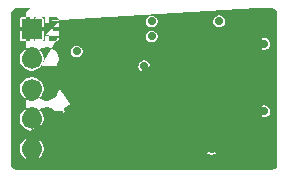
<source format=gbr>
<<<<<<< HEAD
G04 #@! TF.GenerationSoftware,KiCad,Pcbnew,9.0.2+dfsg-1*
G04 #@! TF.CreationDate,2025-05-28T16:18:43+08:00*
=======
G04 #@! TF.GenerationSoftware,KiCad,Pcbnew,9.0.1+dfsg-1*
G04 #@! TF.CreationDate,2025-05-27T21:30:08+08:00*
>>>>>>> 4efbb67b7dd982ccbd9a6c6e1e0fed627c39d980
G04 #@! TF.ProjectId,i2c_led,6932635f-6c65-4642-9e6b-696361645f70,a*
G04 #@! TF.SameCoordinates,Original*
G04 #@! TF.FileFunction,Copper,L2,Inr*
G04 #@! TF.FilePolarity,Positive*
%FSLAX46Y46*%
G04 Gerber Fmt 4.6, Leading zero omitted, Abs format (unit mm)*
<<<<<<< HEAD
G04 Created by KiCad (PCBNEW 9.0.2+dfsg-1) date 2025-05-28 16:18:43*
=======
G04 Created by KiCad (PCBNEW 9.0.1+dfsg-1) date 2025-05-27 21:30:08*
>>>>>>> 4efbb67b7dd982ccbd9a6c6e1e0fed627c39d980
%MOMM*%
%LPD*%
G01*
G04 APERTURE LIST*
G04 #@! TA.AperFunction,ComponentPad*
%ADD10R,1.700000X1.700000*%
G04 #@! TD*
G04 #@! TA.AperFunction,ComponentPad*
%ADD11C,1.700000*%
G04 #@! TD*
G04 #@! TA.AperFunction,ViaPad*
%ADD12C,0.700000*%
G04 #@! TD*
G04 APERTURE END LIST*
D10*
G04 #@! TO.N,VCC*
G04 #@! TO.C,J1*
X135890000Y-91440000D03*
D11*
G04 #@! TO.N,/SCL*
X135890000Y-93980000D03*
G04 #@! TO.N,/SDA*
X135890000Y-96520000D03*
G04 #@! TO.N,/RSTN*
X135890000Y-99060000D03*
G04 #@! TO.N,GND*
X135890000Y-101600000D03*
G04 #@! TD*
D12*
G04 #@! TO.N,GND*
X151130000Y-101600000D03*
X149225000Y-96520000D03*
<<<<<<< HEAD
X145415000Y-97155000D03*
X153670000Y-93980000D03*
X154305000Y-97790000D03*
X146050000Y-90805000D03*
=======
X145415000Y-97790000D03*
X151765000Y-90805000D03*
X139065000Y-102870000D03*
X153035000Y-95885000D03*
X155575000Y-98425000D03*
X146050000Y-100965000D03*
X146050000Y-90805000D03*
X139065000Y-98425000D03*
X139700000Y-93345000D03*
>>>>>>> 4efbb67b7dd982ccbd9a6c6e1e0fed627c39d980
X146050000Y-92075000D03*
X152400000Y-100330000D03*
X154305000Y-99695000D03*
X145415000Y-94615000D03*
G04 #@! TO.N,VCC*
X145415000Y-96520000D03*
X140970000Y-98425000D03*
X154305000Y-92710000D03*
X147955000Y-92710000D03*
X154305000Y-97790000D03*
X153670000Y-102235000D03*
X144145000Y-98425000D03*
X147320000Y-102235000D03*
G04 #@! TO.N,Net-(D3-BK)*
X147320000Y-99695000D03*
X155575000Y-92710000D03*
G04 #@! TO.N,AD0*
X147320000Y-94615000D03*
G04 #@! TO.N,AD1*
X147320000Y-98425000D03*
G04 #@! TD*
G04 #@! TA.AperFunction,Conductor*
G04 #@! TO.N,VCC*
G36*
<<<<<<< HEAD
X154944884Y-89688543D02*
G01*
X155054964Y-89703035D01*
X155073920Y-89708114D01*
X155171907Y-89748702D01*
X155188902Y-89758514D01*
X155230973Y-89790796D01*
X155273041Y-89823077D01*
X155286922Y-89836958D01*
X155351483Y-89921094D01*
X155361299Y-89938095D01*
X155401884Y-90036076D01*
X155406965Y-90055038D01*
X155421457Y-90165114D01*
X155422100Y-90174930D01*
X155422100Y-102865069D01*
X155421457Y-102874884D01*
X155421457Y-102874885D01*
X155406965Y-102984961D01*
X155401884Y-103003923D01*
X155361299Y-103101904D01*
X155351483Y-103118905D01*
X155286922Y-103203041D01*
X155273041Y-103216922D01*
X155188905Y-103281483D01*
X155171904Y-103291299D01*
X155073923Y-103331884D01*
X155054961Y-103336965D01*
X154976437Y-103347302D01*
X154944883Y-103351457D01*
X154935069Y-103352100D01*
X135894931Y-103352100D01*
X135885116Y-103351457D01*
X135838046Y-103345260D01*
X135775038Y-103336965D01*
X135756076Y-103331884D01*
X135658095Y-103291299D01*
X135641094Y-103281483D01*
X135556958Y-103216922D01*
X135543077Y-103203041D01*
X135478516Y-103118905D01*
X135468702Y-103101907D01*
X135428114Y-103003920D01*
X135423035Y-102984964D01*
X135408543Y-102874884D01*
X135407900Y-102865069D01*
X135407900Y-101501222D01*
X136157100Y-101501222D01*
X136157100Y-101698777D01*
X136195641Y-101892537D01*
X136195642Y-101892538D01*
X136271241Y-102075051D01*
X136380996Y-102239312D01*
X136380997Y-102239313D01*
X136381000Y-102239317D01*
X136520682Y-102378999D01*
X136520685Y-102379001D01*
X136520688Y-102379004D01*
X136684949Y-102488759D01*
X136867461Y-102564357D01*
X136867462Y-102564358D01*
X136867463Y-102564358D01*
X136867465Y-102564359D01*
X136997218Y-102590168D01*
X137061222Y-102602900D01*
X137061223Y-102602900D01*
X137258778Y-102602900D01*
X137306889Y-102593329D01*
X137452535Y-102564359D01*
X137635051Y-102488759D01*
X137799312Y-102379004D01*
X137939004Y-102239312D01*
X137986124Y-102168792D01*
X150627100Y-102168792D01*
X150627100Y-102301208D01*
X150647662Y-102377950D01*
X150661371Y-102429114D01*
X150727578Y-102543786D01*
X150727582Y-102543792D01*
X150821207Y-102637417D01*
X150821210Y-102637419D01*
X150821212Y-102637421D01*
X150871775Y-102666613D01*
X150935885Y-102703628D01*
X150935887Y-102703628D01*
X150935888Y-102703629D01*
X151063792Y-102737900D01*
X151063794Y-102737900D01*
X151196206Y-102737900D01*
X151196208Y-102737900D01*
X151324112Y-102703629D01*
X151438788Y-102637421D01*
X151532421Y-102543788D01*
X151598629Y-102429112D01*
X151632900Y-102301208D01*
X151632900Y-102168792D01*
X151598629Y-102040888D01*
X151598628Y-102040887D01*
X151598628Y-102040885D01*
X151561613Y-101976775D01*
X151532421Y-101926212D01*
X151532419Y-101926210D01*
X151532417Y-101926207D01*
X151438792Y-101832582D01*
X151438786Y-101832578D01*
X151324114Y-101766371D01*
X151260160Y-101749235D01*
X151196208Y-101732100D01*
X151063792Y-101732100D01*
X151012630Y-101745808D01*
X150935885Y-101766371D01*
X150821213Y-101832578D01*
X150821207Y-101832582D01*
X150727582Y-101926207D01*
X150727578Y-101926213D01*
X150661371Y-102040885D01*
X150652217Y-102075051D01*
X150627100Y-102168792D01*
X137986124Y-102168792D01*
X138048759Y-102075051D01*
X138124359Y-101892535D01*
X138162900Y-101698777D01*
X138162900Y-101501223D01*
X138124359Y-101307465D01*
X138048759Y-101124949D01*
X137939004Y-100960688D01*
X137939001Y-100960685D01*
X137938999Y-100960682D01*
X137799317Y-100821000D01*
X137799313Y-100820997D01*
X137799312Y-100820996D01*
X137635051Y-100711241D01*
X137635049Y-100711240D01*
X137452538Y-100635642D01*
X137452537Y-100635641D01*
X137258778Y-100597100D01*
X137258777Y-100597100D01*
X137061223Y-100597100D01*
X137061222Y-100597100D01*
X136867462Y-100635641D01*
X136867461Y-100635642D01*
X136684950Y-100711240D01*
X136520682Y-100821000D01*
X136381000Y-100960682D01*
X136271240Y-101124950D01*
X136195642Y-101307461D01*
X136195641Y-101307462D01*
X136157100Y-101501222D01*
X135407900Y-101501222D01*
X135407900Y-100263792D01*
=======
X156214884Y-89688543D02*
G01*
X156324964Y-89703035D01*
X156343920Y-89708114D01*
X156441907Y-89748702D01*
X156458902Y-89758514D01*
X156500973Y-89790796D01*
X156543041Y-89823077D01*
X156556922Y-89836958D01*
X156621483Y-89921094D01*
X156631299Y-89938095D01*
X156671884Y-90036076D01*
X156676965Y-90055038D01*
X156691457Y-90165114D01*
X156692100Y-90174930D01*
X156692100Y-102865069D01*
X156691457Y-102874884D01*
X156691457Y-102874885D01*
X156676965Y-102984961D01*
X156671884Y-103003923D01*
X156631299Y-103101904D01*
X156621483Y-103118905D01*
X156556922Y-103203041D01*
X156543041Y-103216922D01*
X156458905Y-103281483D01*
X156441904Y-103291299D01*
X156343923Y-103331884D01*
X156324961Y-103336965D01*
X156246437Y-103347302D01*
X156214883Y-103351457D01*
X156205069Y-103352100D01*
X139475658Y-103352100D01*
X139427320Y-103334507D01*
X139401600Y-103289958D01*
X139410533Y-103239300D01*
X139422484Y-103223726D01*
X139467417Y-103178792D01*
X139467421Y-103178788D01*
X139533629Y-103064112D01*
X139567900Y-102936208D01*
X139567900Y-102803792D01*
X139533629Y-102675888D01*
X139533628Y-102675887D01*
X139533628Y-102675885D01*
X139491489Y-102602900D01*
X139467421Y-102561212D01*
X139467419Y-102561210D01*
X139467417Y-102561207D01*
X139373792Y-102467582D01*
X139373786Y-102467578D01*
X139259114Y-102401371D01*
X139175635Y-102379004D01*
X139131208Y-102367100D01*
X138998792Y-102367100D01*
X138954365Y-102379004D01*
X138870885Y-102401371D01*
X138756213Y-102467578D01*
X138756207Y-102467582D01*
X138662582Y-102561207D01*
X138662578Y-102561213D01*
X138596371Y-102675885D01*
X138575808Y-102752630D01*
X138562100Y-102803792D01*
X138562100Y-102936208D01*
X138565153Y-102947601D01*
X138596371Y-103064114D01*
X138662578Y-103178786D01*
X138662582Y-103178792D01*
X138707516Y-103223726D01*
X138729256Y-103270346D01*
X138715942Y-103320033D01*
X138673805Y-103349538D01*
X138654342Y-103352100D01*
X134624931Y-103352100D01*
X134615116Y-103351457D01*
X134568046Y-103345260D01*
X134505038Y-103336965D01*
X134486076Y-103331884D01*
X134388095Y-103291299D01*
X134371094Y-103281483D01*
X134286958Y-103216922D01*
X134273077Y-103203041D01*
X134208516Y-103118905D01*
X134198702Y-103101907D01*
X134158114Y-103003920D01*
X134153035Y-102984964D01*
X134138543Y-102874884D01*
X134137900Y-102865069D01*
X134137900Y-101501222D01*
X134887100Y-101501222D01*
X134887100Y-101698777D01*
X134925641Y-101892537D01*
X134925642Y-101892538D01*
X134998581Y-102068629D01*
X135001241Y-102075051D01*
X135110996Y-102239312D01*
X135110997Y-102239313D01*
X135111000Y-102239317D01*
X135250682Y-102378999D01*
X135250685Y-102379001D01*
X135250688Y-102379004D01*
X135414949Y-102488759D01*
X135597461Y-102564357D01*
X135597462Y-102564358D01*
X135597463Y-102564358D01*
X135597465Y-102564359D01*
X135727218Y-102590168D01*
X135791222Y-102602900D01*
X135791223Y-102602900D01*
X135988778Y-102602900D01*
X136036889Y-102593329D01*
X136182535Y-102564359D01*
X136365051Y-102488759D01*
X136529312Y-102379004D01*
X136669004Y-102239312D01*
X136778759Y-102075051D01*
X136854359Y-101892535D01*
X136892900Y-101698777D01*
X136892900Y-101533792D01*
X150627100Y-101533792D01*
X150627100Y-101666208D01*
X150635827Y-101698777D01*
X150661371Y-101794114D01*
X150727578Y-101908786D01*
X150727582Y-101908792D01*
X150821207Y-102002417D01*
X150821210Y-102002419D01*
X150821212Y-102002421D01*
X150871775Y-102031613D01*
X150935885Y-102068628D01*
X150935887Y-102068628D01*
X150935888Y-102068629D01*
X151063792Y-102102900D01*
X151063794Y-102102900D01*
X151196206Y-102102900D01*
X151196208Y-102102900D01*
X151324112Y-102068629D01*
X151438788Y-102002421D01*
X151532421Y-101908788D01*
X151598629Y-101794112D01*
X151632900Y-101666208D01*
X151632900Y-101533792D01*
X151598629Y-101405888D01*
X151598628Y-101405887D01*
X151598628Y-101405885D01*
X151561613Y-101341775D01*
X151532421Y-101291212D01*
X151532419Y-101291210D01*
X151532417Y-101291207D01*
X151438792Y-101197582D01*
X151438786Y-101197578D01*
X151324114Y-101131371D01*
X151260160Y-101114235D01*
X151196208Y-101097100D01*
X151063792Y-101097100D01*
X151012630Y-101110808D01*
X150935885Y-101131371D01*
X150821213Y-101197578D01*
X150821207Y-101197582D01*
X150727582Y-101291207D01*
X150727578Y-101291213D01*
X150661371Y-101405885D01*
X150647883Y-101456226D01*
X150627100Y-101533792D01*
X136892900Y-101533792D01*
X136892900Y-101501223D01*
X136854359Y-101307465D01*
X136778759Y-101124949D01*
X136669004Y-100960688D01*
X136669001Y-100960685D01*
X136668999Y-100960682D01*
X136607109Y-100898792D01*
X145547100Y-100898792D01*
X145547100Y-101031208D01*
X145564755Y-101097100D01*
X145581371Y-101159114D01*
X145647578Y-101273786D01*
X145647582Y-101273792D01*
X145741207Y-101367417D01*
X145741210Y-101367419D01*
X145741212Y-101367421D01*
X145791775Y-101396613D01*
X145855885Y-101433628D01*
X145855887Y-101433628D01*
X145855888Y-101433629D01*
X145983792Y-101467900D01*
X145983794Y-101467900D01*
X146116207Y-101467900D01*
X146116208Y-101467900D01*
X146244112Y-101433629D01*
X146358788Y-101367421D01*
X146452421Y-101273788D01*
X146518629Y-101159112D01*
X146552900Y-101031208D01*
X146552900Y-100898792D01*
X146518629Y-100770888D01*
X146518628Y-100770887D01*
X146518628Y-100770885D01*
X146481613Y-100706775D01*
X146452421Y-100656212D01*
X146452419Y-100656210D01*
X146452417Y-100656207D01*
X146358792Y-100562582D01*
X146358786Y-100562578D01*
X146244114Y-100496371D01*
X146180160Y-100479235D01*
X146116208Y-100462100D01*
X145983792Y-100462100D01*
X145932630Y-100475808D01*
X145855885Y-100496371D01*
X145741213Y-100562578D01*
X145741207Y-100562582D01*
X145647582Y-100656207D01*
X145647578Y-100656213D01*
X145581371Y-100770885D01*
X145567945Y-100820996D01*
X145547100Y-100898792D01*
X136607109Y-100898792D01*
X136529317Y-100821000D01*
X136529313Y-100820997D01*
X136529312Y-100820996D01*
X136365051Y-100711241D01*
X136232201Y-100656213D01*
X136182538Y-100635642D01*
X136182537Y-100635641D01*
X135988778Y-100597100D01*
X135988777Y-100597100D01*
X135791223Y-100597100D01*
X135791222Y-100597100D01*
X135597462Y-100635641D01*
X135597461Y-100635642D01*
X135414950Y-100711240D01*
X135250682Y-100821000D01*
X135111000Y-100960682D01*
X135001240Y-101124950D01*
X134925642Y-101307461D01*
X134925641Y-101307462D01*
X134887100Y-101501222D01*
X134137900Y-101501222D01*
X134137900Y-100263792D01*
>>>>>>> 4efbb67b7dd982ccbd9a6c6e1e0fed627c39d980
X151897100Y-100263792D01*
X151897100Y-100396208D01*
X151914755Y-100462100D01*
X151931371Y-100524114D01*
X151997578Y-100638786D01*
X151997582Y-100638792D01*
X152091207Y-100732417D01*
X152091210Y-100732419D01*
X152091212Y-100732421D01*
X152141775Y-100761613D01*
X152205885Y-100798628D01*
X152205887Y-100798628D01*
X152205888Y-100798629D01*
X152333792Y-100832900D01*
X152333794Y-100832900D01*
X152466206Y-100832900D01*
X152466208Y-100832900D01*
X152594112Y-100798629D01*
X152708788Y-100732421D01*
X152802421Y-100638788D01*
X152868629Y-100524112D01*
X152902900Y-100396208D01*
X152902900Y-100263792D01*
X152868629Y-100135888D01*
X152868628Y-100135887D01*
X152868628Y-100135885D01*
X152826489Y-100062900D01*
X152802421Y-100021212D01*
X152802419Y-100021210D01*
X152802417Y-100021207D01*
X152708792Y-99927582D01*
X152708786Y-99927578D01*
X152594114Y-99861371D01*
X152510635Y-99839004D01*
X152466208Y-99827100D01*
X152333792Y-99827100D01*
X152289365Y-99839004D01*
X152205885Y-99861371D01*
X152091213Y-99927578D01*
X152091207Y-99927582D01*
X151997582Y-100021207D01*
X151997578Y-100021213D01*
X151931371Y-100135885D01*
X151917883Y-100186226D01*
X151897100Y-100263792D01*
X134137900Y-100263792D01*
X134137900Y-98961222D01*
X134887100Y-98961222D01*
X134887100Y-99158777D01*
X134925641Y-99352537D01*
X134925642Y-99352538D01*
X135001241Y-99535051D01*
X135110996Y-99699312D01*
X135110997Y-99699313D01*
X135111000Y-99699317D01*
X135250682Y-99838999D01*
X135250685Y-99839001D01*
X135250688Y-99839004D01*
X135414949Y-99948759D01*
X135597461Y-100024357D01*
X135597462Y-100024358D01*
X135597463Y-100024358D01*
X135597465Y-100024359D01*
X135727218Y-100050168D01*
X135791222Y-100062900D01*
X135791223Y-100062900D01*
X135988778Y-100062900D01*
X136036889Y-100053329D01*
X136182535Y-100024359D01*
X136365051Y-99948759D01*
X136529312Y-99839004D01*
X136669004Y-99699312D01*
X136716124Y-99628792D01*
X146817100Y-99628792D01*
X146817100Y-99761208D01*
X146834755Y-99827100D01*
X146851371Y-99889114D01*
X146917578Y-100003786D01*
X146917582Y-100003792D01*
X147011207Y-100097417D01*
X147011210Y-100097419D01*
X147011212Y-100097421D01*
X147061775Y-100126613D01*
X147125885Y-100163628D01*
X147125887Y-100163628D01*
X147125888Y-100163629D01*
X147253792Y-100197900D01*
X147253794Y-100197900D01*
X147386207Y-100197900D01*
X147386208Y-100197900D01*
X147514112Y-100163629D01*
X147628788Y-100097421D01*
X147722421Y-100003788D01*
X147788629Y-99889112D01*
X147822900Y-99761208D01*
X147822900Y-99628792D01*
X153802100Y-99628792D01*
X153802100Y-99761208D01*
X153819755Y-99827100D01*
X153836371Y-99889114D01*
X153902578Y-100003786D01*
X153902582Y-100003792D01*
X153996207Y-100097417D01*
X153996210Y-100097419D01*
X153996212Y-100097421D01*
X154046775Y-100126613D01*
X154110885Y-100163628D01*
X154110887Y-100163628D01*
X154110888Y-100163629D01*
X154238792Y-100197900D01*
X154238794Y-100197900D01*
X154371206Y-100197900D01*
X154371208Y-100197900D01*
X154499112Y-100163629D01*
X154613788Y-100097421D01*
X154707421Y-100003788D01*
X154773629Y-99889112D01*
X154807900Y-99761208D01*
X154807900Y-99628792D01*
X154773629Y-99500888D01*
X154773628Y-99500887D01*
X154773628Y-99500885D01*
X154736613Y-99436775D01*
X154707421Y-99386212D01*
X154707419Y-99386210D01*
X154707417Y-99386207D01*
X154613792Y-99292582D01*
X154613786Y-99292578D01*
X154499114Y-99226371D01*
X154435160Y-99209235D01*
X154371208Y-99192100D01*
X154238792Y-99192100D01*
X154187630Y-99205808D01*
X154110885Y-99226371D01*
X153996213Y-99292578D01*
X153996207Y-99292582D01*
X153902582Y-99386207D01*
X153902578Y-99386213D01*
X153836371Y-99500885D01*
X153827217Y-99535051D01*
X153802100Y-99628792D01*
X147822900Y-99628792D01*
X147788629Y-99500888D01*
X147788628Y-99500887D01*
X147788628Y-99500885D01*
X147751613Y-99436775D01*
X147722421Y-99386212D01*
X147722419Y-99386210D01*
X147722417Y-99386207D01*
X147628792Y-99292582D01*
X147628786Y-99292578D01*
X147514114Y-99226371D01*
X147450160Y-99209235D01*
X147386208Y-99192100D01*
X147253792Y-99192100D01*
X147202630Y-99205808D01*
X147125885Y-99226371D01*
X147011213Y-99292578D01*
X147011207Y-99292582D01*
X146917582Y-99386207D01*
X146917578Y-99386213D01*
X146851371Y-99500885D01*
X146842217Y-99535051D01*
X146817100Y-99628792D01*
X136716124Y-99628792D01*
X136778759Y-99535051D01*
X136854359Y-99352535D01*
X136892900Y-99158777D01*
X136892900Y-98961223D01*
X136854359Y-98767465D01*
X136778759Y-98584949D01*
X136669004Y-98420688D01*
X136669001Y-98420685D01*
X136668999Y-98420682D01*
X136607109Y-98358792D01*
X138562100Y-98358792D01*
X138562100Y-98491208D01*
X138582662Y-98567950D01*
X138596371Y-98619114D01*
X138662578Y-98733786D01*
X138662582Y-98733792D01*
X138756207Y-98827417D01*
X138756210Y-98827419D01*
X138756212Y-98827421D01*
X138806775Y-98856613D01*
X138870885Y-98893628D01*
X138870887Y-98893628D01*
X138870888Y-98893629D01*
X138998792Y-98927900D01*
X138998794Y-98927900D01*
X139131206Y-98927900D01*
X139131208Y-98927900D01*
X139259112Y-98893629D01*
X139373788Y-98827421D01*
X139467421Y-98733788D01*
X139533629Y-98619112D01*
X139567900Y-98491208D01*
X139567900Y-98358792D01*
X146817100Y-98358792D01*
X146817100Y-98491208D01*
X146837662Y-98567950D01*
X146851371Y-98619114D01*
X146917578Y-98733786D01*
X146917582Y-98733792D01*
X147011207Y-98827417D01*
X147011210Y-98827419D01*
X147011212Y-98827421D01*
X147061775Y-98856613D01*
X147125885Y-98893628D01*
X147125887Y-98893628D01*
X147125888Y-98893629D01*
X147253792Y-98927900D01*
X147253794Y-98927900D01*
X147386206Y-98927900D01*
X147386208Y-98927900D01*
X147514112Y-98893629D01*
X147628788Y-98827421D01*
X147722421Y-98733788D01*
X147788629Y-98619112D01*
X147822900Y-98491208D01*
X147822900Y-98358792D01*
<<<<<<< HEAD
=======
X155072100Y-98358792D01*
X155072100Y-98491208D01*
X155092662Y-98567950D01*
X155106371Y-98619114D01*
X155172578Y-98733786D01*
X155172582Y-98733792D01*
X155266207Y-98827417D01*
X155266210Y-98827419D01*
X155266212Y-98827421D01*
X155316775Y-98856613D01*
X155380885Y-98893628D01*
X155380887Y-98893628D01*
X155380888Y-98893629D01*
X155508792Y-98927900D01*
X155508794Y-98927900D01*
X155641206Y-98927900D01*
X155641208Y-98927900D01*
X155769112Y-98893629D01*
X155883788Y-98827421D01*
X155977421Y-98733788D01*
X156043629Y-98619112D01*
X156077900Y-98491208D01*
X156077900Y-98358792D01*
X156043629Y-98230888D01*
X156043628Y-98230887D01*
X156043628Y-98230885D01*
X156006613Y-98166775D01*
X155977421Y-98116212D01*
X155977419Y-98116210D01*
X155977417Y-98116207D01*
X155883792Y-98022582D01*
X155883786Y-98022578D01*
X155769114Y-97956371D01*
X155705160Y-97939235D01*
X155641208Y-97922100D01*
X155508792Y-97922100D01*
X155457630Y-97935808D01*
X155380885Y-97956371D01*
X155266213Y-98022578D01*
X155266207Y-98022582D01*
X155172582Y-98116207D01*
X155172578Y-98116213D01*
X155106371Y-98230885D01*
X155092883Y-98281226D01*
X155072100Y-98358792D01*
X147822900Y-98358792D01*
>>>>>>> 4efbb67b7dd982ccbd9a6c6e1e0fed627c39d980
X147788629Y-98230888D01*
X147788628Y-98230887D01*
X147788628Y-98230885D01*
X147751613Y-98166775D01*
X147722421Y-98116212D01*
X147722419Y-98116210D01*
X147722417Y-98116207D01*
X147628792Y-98022582D01*
X147628786Y-98022578D01*
X147514114Y-97956371D01*
X147450160Y-97939235D01*
X147386208Y-97922100D01*
X147253792Y-97922100D01*
X147202630Y-97935808D01*
X147125885Y-97956371D01*
X147011213Y-98022578D01*
X147011207Y-98022582D01*
X146917582Y-98116207D01*
X146917578Y-98116213D01*
X146851371Y-98230885D01*
X146837883Y-98281226D01*
X146817100Y-98358792D01*
<<<<<<< HEAD
X137877109Y-98358792D01*
X137799317Y-98281000D01*
X137799313Y-98280997D01*
X137799312Y-98280996D01*
X137635051Y-98171241D01*
X137502201Y-98116213D01*
X137452538Y-98095642D01*
X137452537Y-98095641D01*
X137258778Y-98057100D01*
X137258777Y-98057100D01*
X137061223Y-98057100D01*
X137061222Y-98057100D01*
X136867462Y-98095641D01*
X136867461Y-98095642D01*
X136684950Y-98171240D01*
X136520682Y-98281000D01*
X136381000Y-98420682D01*
X136271240Y-98584950D01*
X136195642Y-98767461D01*
X136195641Y-98767462D01*
X136157100Y-98961222D01*
X135407900Y-98961222D01*
X135407900Y-97723792D01*
X153802100Y-97723792D01*
X153802100Y-97856208D01*
X153819755Y-97922100D01*
X153836371Y-97984114D01*
X153902578Y-98098786D01*
X153902582Y-98098792D01*
X153996207Y-98192417D01*
X153996210Y-98192419D01*
X153996212Y-98192421D01*
X154046775Y-98221613D01*
X154110885Y-98258628D01*
X154110887Y-98258628D01*
X154110888Y-98258629D01*
X154238792Y-98292900D01*
X154238794Y-98292900D01*
X154371206Y-98292900D01*
X154371208Y-98292900D01*
X154499112Y-98258629D01*
X154613788Y-98192421D01*
X154707421Y-98098788D01*
X154773629Y-97984112D01*
X154807900Y-97856208D01*
X154807900Y-97723792D01*
X154773629Y-97595888D01*
X154773628Y-97595887D01*
X154773628Y-97595885D01*
X154731489Y-97522900D01*
X154707421Y-97481212D01*
X154707419Y-97481210D01*
X154707417Y-97481207D01*
X154613792Y-97387582D01*
X154613786Y-97387578D01*
X154499114Y-97321371D01*
X154415635Y-97299004D01*
X154371208Y-97287100D01*
X154238792Y-97287100D01*
X154194365Y-97299004D01*
X154110885Y-97321371D01*
X153996213Y-97387578D01*
X153996207Y-97387582D01*
X153902582Y-97481207D01*
X153902578Y-97481213D01*
X153836371Y-97595885D01*
X153822883Y-97646226D01*
X153802100Y-97723792D01*
X135407900Y-97723792D01*
X135407900Y-96421222D01*
X136157100Y-96421222D01*
X136157100Y-96618777D01*
X136195641Y-96812537D01*
X136195642Y-96812538D01*
X136268581Y-96988629D01*
X136271241Y-96995051D01*
X136380996Y-97159312D01*
X136380997Y-97159313D01*
X136381000Y-97159317D01*
X136520682Y-97298999D01*
X136520685Y-97299001D01*
X136520688Y-97299004D01*
X136684949Y-97408759D01*
X136867461Y-97484357D01*
X136867462Y-97484358D01*
X136867463Y-97484358D01*
X136867465Y-97484359D01*
X136997218Y-97510168D01*
X137061222Y-97522900D01*
X137061223Y-97522900D01*
X137258778Y-97522900D01*
X137306889Y-97513329D01*
X137452535Y-97484359D01*
X137635051Y-97408759D01*
X137799312Y-97299004D01*
X137939004Y-97159312D01*
X137986124Y-97088792D01*
X144912100Y-97088792D01*
X144912100Y-97221208D01*
X144929755Y-97287100D01*
X144946371Y-97349114D01*
X145012578Y-97463786D01*
X145012582Y-97463792D01*
X145106207Y-97557417D01*
X145106210Y-97557419D01*
X145106212Y-97557421D01*
X145156775Y-97586613D01*
X145220885Y-97623628D01*
X145220887Y-97623628D01*
X145220888Y-97623629D01*
X145348792Y-97657900D01*
X145348794Y-97657900D01*
X145481207Y-97657900D01*
X145481208Y-97657900D01*
X145609112Y-97623629D01*
X145723788Y-97557421D01*
X145817421Y-97463788D01*
X145883629Y-97349112D01*
X145917900Y-97221208D01*
X145917900Y-97088792D01*
X145883629Y-96960888D01*
X145883628Y-96960887D01*
X145883628Y-96960885D01*
X145846613Y-96896775D01*
X145817421Y-96846212D01*
X145817419Y-96846210D01*
X145817417Y-96846207D01*
X145723792Y-96752582D01*
X145723786Y-96752578D01*
X145609114Y-96686371D01*
X145545160Y-96669235D01*
X145481208Y-96652100D01*
X145348792Y-96652100D01*
X145297630Y-96665808D01*
X145220885Y-96686371D01*
X145106213Y-96752578D01*
X145106207Y-96752582D01*
X145012582Y-96846207D01*
X145012578Y-96846213D01*
X144946371Y-96960885D01*
X144937217Y-96995051D01*
X144912100Y-97088792D01*
X137986124Y-97088792D01*
X138048759Y-96995051D01*
X138124359Y-96812535D01*
X138162900Y-96618777D01*
X138162900Y-96453792D01*
=======
X139567900Y-98358792D01*
X139533629Y-98230888D01*
X139533628Y-98230887D01*
X139533628Y-98230885D01*
X139496613Y-98166775D01*
X139467421Y-98116212D01*
X139467419Y-98116210D01*
X139467417Y-98116207D01*
X139373792Y-98022582D01*
X139373786Y-98022578D01*
X139259114Y-97956371D01*
X139195160Y-97939235D01*
X139131208Y-97922100D01*
X138998792Y-97922100D01*
X138947630Y-97935808D01*
X138870885Y-97956371D01*
X138756213Y-98022578D01*
X138756207Y-98022582D01*
X138662582Y-98116207D01*
X138662578Y-98116213D01*
X138596371Y-98230885D01*
X138582883Y-98281226D01*
X138562100Y-98358792D01*
X136607109Y-98358792D01*
X136529317Y-98281000D01*
X136529313Y-98280997D01*
X136529312Y-98280996D01*
X136365051Y-98171241D01*
X136232201Y-98116213D01*
X136182538Y-98095642D01*
X136182537Y-98095641D01*
X135988778Y-98057100D01*
X135988777Y-98057100D01*
X135791223Y-98057100D01*
X135791222Y-98057100D01*
X135597462Y-98095641D01*
X135597461Y-98095642D01*
X135414950Y-98171240D01*
X135250682Y-98281000D01*
X135111000Y-98420682D01*
X135001240Y-98584950D01*
X134925642Y-98767461D01*
X134925641Y-98767462D01*
X134887100Y-98961222D01*
X134137900Y-98961222D01*
X134137900Y-97723792D01*
X144912100Y-97723792D01*
X144912100Y-97856208D01*
X144929755Y-97922100D01*
X144946371Y-97984114D01*
X145012578Y-98098786D01*
X145012582Y-98098792D01*
X145106207Y-98192417D01*
X145106210Y-98192419D01*
X145106212Y-98192421D01*
X145156775Y-98221613D01*
X145220885Y-98258628D01*
X145220887Y-98258628D01*
X145220888Y-98258629D01*
X145348792Y-98292900D01*
X145348794Y-98292900D01*
X145481207Y-98292900D01*
X145481208Y-98292900D01*
X145609112Y-98258629D01*
X145723788Y-98192421D01*
X145817421Y-98098788D01*
X145883629Y-97984112D01*
X145917900Y-97856208D01*
X145917900Y-97723792D01*
X145883629Y-97595888D01*
X145883628Y-97595887D01*
X145883628Y-97595885D01*
X145841489Y-97522900D01*
X145817421Y-97481212D01*
X145817419Y-97481210D01*
X145817417Y-97481207D01*
X145723792Y-97387582D01*
X145723786Y-97387578D01*
X145609114Y-97321371D01*
X145525635Y-97299004D01*
X145481208Y-97287100D01*
X145348792Y-97287100D01*
X145304365Y-97299004D01*
X145220885Y-97321371D01*
X145106213Y-97387578D01*
X145106207Y-97387582D01*
X145012582Y-97481207D01*
X145012578Y-97481213D01*
X144946371Y-97595885D01*
X144925808Y-97672630D01*
X144912100Y-97723792D01*
X134137900Y-97723792D01*
X134137900Y-96421222D01*
X134887100Y-96421222D01*
X134887100Y-96618777D01*
X134925641Y-96812537D01*
X134925642Y-96812538D01*
X134998581Y-96988629D01*
X135001241Y-96995051D01*
X135110996Y-97159312D01*
X135110997Y-97159313D01*
X135111000Y-97159317D01*
X135250682Y-97298999D01*
X135250685Y-97299001D01*
X135250688Y-97299004D01*
X135414949Y-97408759D01*
X135597461Y-97484357D01*
X135597462Y-97484358D01*
X135597463Y-97484358D01*
X135597465Y-97484359D01*
X135727218Y-97510168D01*
X135791222Y-97522900D01*
X135791223Y-97522900D01*
X135988778Y-97522900D01*
X136036889Y-97513329D01*
X136182535Y-97484359D01*
X136365051Y-97408759D01*
X136529312Y-97299004D01*
X136669004Y-97159312D01*
X136778759Y-96995051D01*
X136854359Y-96812535D01*
X136892900Y-96618777D01*
X136892900Y-96453792D01*
>>>>>>> 4efbb67b7dd982ccbd9a6c6e1e0fed627c39d980
X148722100Y-96453792D01*
X148722100Y-96586208D01*
X148730827Y-96618777D01*
X148756371Y-96714114D01*
X148822578Y-96828786D01*
X148822582Y-96828792D01*
X148916207Y-96922417D01*
X148916210Y-96922419D01*
X148916212Y-96922421D01*
X148966775Y-96951613D01*
X149030885Y-96988628D01*
X149030887Y-96988628D01*
X149030888Y-96988629D01*
X149158792Y-97022900D01*
X149158794Y-97022900D01*
X149291206Y-97022900D01*
X149291208Y-97022900D01*
X149419112Y-96988629D01*
X149533788Y-96922421D01*
X149627421Y-96828788D01*
X149693629Y-96714112D01*
X149727900Y-96586208D01*
X149727900Y-96453792D01*
X149693629Y-96325888D01*
X149693628Y-96325887D01*
X149693628Y-96325885D01*
X149656613Y-96261775D01*
X149627421Y-96211212D01*
X149627419Y-96211210D01*
X149627417Y-96211207D01*
X149533792Y-96117582D01*
X149533786Y-96117578D01*
X149419114Y-96051371D01*
X149355160Y-96034235D01*
X149291208Y-96017100D01*
X149158792Y-96017100D01*
X149107630Y-96030808D01*
X149030885Y-96051371D01*
X148916213Y-96117578D01*
X148916207Y-96117582D01*
X148822582Y-96211207D01*
X148822578Y-96211213D01*
X148756371Y-96325885D01*
X148739755Y-96387900D01*
X148722100Y-96453792D01*
X136892900Y-96453792D01*
X136892900Y-96421223D01*
X136854359Y-96227465D01*
X136778759Y-96044949D01*
X136669004Y-95880688D01*
X136669001Y-95880685D01*
X136668999Y-95880682D01*
X136607109Y-95818792D01*
X152532100Y-95818792D01*
X152532100Y-95951208D01*
X152549755Y-96017100D01*
X152566371Y-96079114D01*
X152632578Y-96193786D01*
X152632582Y-96193792D01*
X152726207Y-96287417D01*
X152726210Y-96287419D01*
X152726212Y-96287421D01*
X152776775Y-96316613D01*
X152840885Y-96353628D01*
X152840887Y-96353628D01*
X152840888Y-96353629D01*
X152968792Y-96387900D01*
X152968794Y-96387900D01*
X153101206Y-96387900D01*
X153101208Y-96387900D01*
X153229112Y-96353629D01*
X153343788Y-96287421D01*
X153437421Y-96193788D01*
X153503629Y-96079112D01*
X153537900Y-95951208D01*
X153537900Y-95818792D01*
X153503629Y-95690888D01*
X153503628Y-95690887D01*
X153503628Y-95690885D01*
X153466613Y-95626775D01*
X153437421Y-95576212D01*
X153437419Y-95576210D01*
X153437417Y-95576207D01*
X153343792Y-95482582D01*
X153343786Y-95482578D01*
X153229114Y-95416371D01*
X153165160Y-95399235D01*
X153101208Y-95382100D01*
X152968792Y-95382100D01*
X152917630Y-95395808D01*
X152840885Y-95416371D01*
X152726213Y-95482578D01*
X152726207Y-95482582D01*
X152632582Y-95576207D01*
X152632578Y-95576213D01*
X152566371Y-95690885D01*
X152552945Y-95740996D01*
X152532100Y-95818792D01*
X136607109Y-95818792D01*
X136529317Y-95741000D01*
X136529313Y-95740997D01*
X136529312Y-95740996D01*
X136365051Y-95631241D01*
X136232201Y-95576213D01*
X136182538Y-95555642D01*
X136182537Y-95555641D01*
X135988778Y-95517100D01*
X135988777Y-95517100D01*
X135791223Y-95517100D01*
X135791222Y-95517100D01*
X135597462Y-95555641D01*
X135597461Y-95555642D01*
X135414950Y-95631240D01*
X135250682Y-95741000D01*
X135111000Y-95880682D01*
X135001240Y-96044950D01*
X134925642Y-96227461D01*
X134925641Y-96227462D01*
X134887100Y-96421222D01*
X134137900Y-96421222D01*
X134137900Y-93881222D01*
X134887100Y-93881222D01*
X134887100Y-94078777D01*
X134925641Y-94272537D01*
X134925642Y-94272538D01*
X135001241Y-94455051D01*
X135110996Y-94619312D01*
X135110997Y-94619313D01*
X135111000Y-94619317D01*
X135250682Y-94758999D01*
X135250685Y-94759001D01*
X135250688Y-94759004D01*
X135414949Y-94868759D01*
X135597461Y-94944357D01*
X135597462Y-94944358D01*
X135597463Y-94944358D01*
X135597465Y-94944359D01*
X135727218Y-94970168D01*
X135791222Y-94982900D01*
X135791223Y-94982900D01*
X135988778Y-94982900D01*
X136036889Y-94973329D01*
X136182535Y-94944359D01*
X136365051Y-94868759D01*
X136529312Y-94759004D01*
X136669004Y-94619312D01*
X136716124Y-94548792D01*
X144912100Y-94548792D01*
X144912100Y-94681208D01*
X144932662Y-94757950D01*
X144946371Y-94809114D01*
X145012578Y-94923786D01*
X145012582Y-94923792D01*
X145106207Y-95017417D01*
X145106210Y-95017419D01*
X145106212Y-95017421D01*
X145156775Y-95046613D01*
X145220885Y-95083628D01*
X145220887Y-95083628D01*
X145220888Y-95083629D01*
X145348792Y-95117900D01*
X145348794Y-95117900D01*
X145481206Y-95117900D01*
X145481208Y-95117900D01*
X145609112Y-95083629D01*
X145723788Y-95017421D01*
X145817421Y-94923788D01*
X145883629Y-94809112D01*
X145917900Y-94681208D01*
X145917900Y-94548792D01*
X146817100Y-94548792D01*
X146817100Y-94681208D01*
X146837662Y-94757950D01*
X146851371Y-94809114D01*
X146917578Y-94923786D01*
X146917582Y-94923792D01*
X147011207Y-95017417D01*
X147011210Y-95017419D01*
X147011212Y-95017421D01*
X147061775Y-95046613D01*
X147125885Y-95083628D01*
X147125887Y-95083628D01*
X147125888Y-95083629D01*
X147253792Y-95117900D01*
X147253794Y-95117900D01*
X147386206Y-95117900D01*
X147386208Y-95117900D01*
X147514112Y-95083629D01*
X147628788Y-95017421D01*
X147722421Y-94923788D01*
X147788629Y-94809112D01*
X147822900Y-94681208D01*
X147822900Y-94548792D01*
X147788629Y-94420888D01*
X147788628Y-94420887D01*
X147788628Y-94420885D01*
X147751613Y-94356775D01*
X147722421Y-94306212D01*
X147722419Y-94306210D01*
X147722417Y-94306207D01*
X147628792Y-94212582D01*
X147628786Y-94212578D01*
X147514114Y-94146371D01*
X147450160Y-94129235D01*
X147386208Y-94112100D01*
X147253792Y-94112100D01*
X147202630Y-94125808D01*
X147125885Y-94146371D01*
X147011213Y-94212578D01*
X147011207Y-94212582D01*
X146917582Y-94306207D01*
X146917578Y-94306213D01*
X146851371Y-94420885D01*
X146842217Y-94455051D01*
X146817100Y-94548792D01*
X145917900Y-94548792D01*
X145883629Y-94420888D01*
X145883628Y-94420887D01*
X145883628Y-94420885D01*
X145846613Y-94356775D01*
X145817421Y-94306212D01*
X145817419Y-94306210D01*
X145817417Y-94306207D01*
X145723792Y-94212582D01*
X145723786Y-94212578D01*
X145609114Y-94146371D01*
X145545160Y-94129235D01*
X145481208Y-94112100D01*
X145348792Y-94112100D01*
X145297630Y-94125808D01*
X145220885Y-94146371D01*
X145106213Y-94212578D01*
X145106207Y-94212582D01*
X145012582Y-94306207D01*
X145012578Y-94306213D01*
X144946371Y-94420885D01*
X144937217Y-94455051D01*
X144912100Y-94548792D01*
<<<<<<< HEAD
X137986124Y-94548792D01*
X138048759Y-94455051D01*
X138124359Y-94272535D01*
X138162900Y-94078777D01*
X138162900Y-93913792D01*
X153167100Y-93913792D01*
X153167100Y-94046208D01*
X153175827Y-94078777D01*
X153201371Y-94174114D01*
X153267578Y-94288786D01*
X153267582Y-94288792D01*
X153361207Y-94382417D01*
X153361210Y-94382419D01*
X153361212Y-94382421D01*
X153411775Y-94411613D01*
X153475885Y-94448628D01*
X153475887Y-94448628D01*
X153475888Y-94448629D01*
X153603792Y-94482900D01*
X153603794Y-94482900D01*
X153736206Y-94482900D01*
X153736208Y-94482900D01*
X153864112Y-94448629D01*
X153978788Y-94382421D01*
X154072421Y-94288788D01*
X154138629Y-94174112D01*
X154172900Y-94046208D01*
X154172900Y-93913792D01*
X154138629Y-93785888D01*
X154138628Y-93785887D01*
X154138628Y-93785885D01*
X154101613Y-93721775D01*
X154072421Y-93671212D01*
X154072419Y-93671210D01*
X154072417Y-93671207D01*
X153978792Y-93577582D01*
X153978786Y-93577578D01*
X153864114Y-93511371D01*
X153800160Y-93494235D01*
X153736208Y-93477100D01*
X153603792Y-93477100D01*
X153552630Y-93490808D01*
X153475885Y-93511371D01*
X153361213Y-93577578D01*
X153361207Y-93577582D01*
X153267582Y-93671207D01*
X153267578Y-93671213D01*
X153201371Y-93785885D01*
X153180808Y-93862630D01*
X153167100Y-93913792D01*
X138162900Y-93913792D01*
X138162900Y-93881223D01*
X138124359Y-93687465D01*
X138048759Y-93504949D01*
X137939004Y-93340688D01*
X137939001Y-93340685D01*
X137938999Y-93340682D01*
X137799317Y-93201000D01*
X137799313Y-93200997D01*
X137799312Y-93200996D01*
X137635051Y-93091241D01*
X137635049Y-93091240D01*
X137452538Y-93015642D01*
X137452537Y-93015641D01*
X137258778Y-92977100D01*
X137258777Y-92977100D01*
X137061223Y-92977100D01*
X137061222Y-92977100D01*
X136867462Y-93015641D01*
X136867461Y-93015642D01*
X136684950Y-93091240D01*
X136520682Y-93201000D01*
X136381000Y-93340682D01*
X136271240Y-93504950D01*
X136195642Y-93687461D01*
X136195641Y-93687462D01*
X136157100Y-93881222D01*
X135407900Y-93881222D01*
X135407900Y-92643792D01*
X153802100Y-92643792D01*
X153802100Y-92776208D01*
X153822662Y-92852950D01*
X153836371Y-92904114D01*
X153902578Y-93018786D01*
X153902582Y-93018792D01*
X153996207Y-93112417D01*
X153996210Y-93112419D01*
X153996212Y-93112421D01*
X154046775Y-93141613D01*
X154110885Y-93178628D01*
X154110887Y-93178628D01*
X154110888Y-93178629D01*
X154238792Y-93212900D01*
X154238794Y-93212900D01*
X154371206Y-93212900D01*
X154371208Y-93212900D01*
X154499112Y-93178629D01*
X154613788Y-93112421D01*
X154707421Y-93018788D01*
X154773629Y-92904112D01*
X154807900Y-92776208D01*
X154807900Y-92643792D01*
X154773629Y-92515888D01*
X154773628Y-92515887D01*
X154773628Y-92515885D01*
X154726095Y-92433557D01*
X154707421Y-92401212D01*
X154707419Y-92401210D01*
X154707417Y-92401207D01*
X154613792Y-92307582D01*
X154613786Y-92307578D01*
X154499114Y-92241371D01*
X154435160Y-92224235D01*
X154371208Y-92207100D01*
X154238792Y-92207100D01*
X154187630Y-92220808D01*
X154110885Y-92241371D01*
X153996213Y-92307578D01*
X153996207Y-92307582D01*
X153902582Y-92401207D01*
X153902578Y-92401213D01*
X153836371Y-92515885D01*
X153822883Y-92566226D01*
X153802100Y-92643792D01*
X135407900Y-92643792D01*
X135407900Y-90574987D01*
X136157600Y-90574987D01*
X136157600Y-91287600D01*
X136683198Y-91287600D01*
X136660000Y-91374174D01*
X136660000Y-91505826D01*
X136683198Y-91592400D01*
X136157600Y-91592400D01*
X136157600Y-92305012D01*
X136166441Y-92349462D01*
X136166442Y-92349464D01*
X136200126Y-92399873D01*
X136250535Y-92433557D01*
X136250537Y-92433558D01*
X136294987Y-92442400D01*
X137007600Y-92442400D01*
X137007600Y-91916802D01*
X137094174Y-91940000D01*
X137225826Y-91940000D01*
X137312400Y-91916802D01*
X137312400Y-92442400D01*
X138025013Y-92442400D01*
X138069462Y-92433558D01*
X138069464Y-92433557D01*
X138119873Y-92399873D01*
X138153557Y-92349464D01*
X138153558Y-92349462D01*
X138162400Y-92305012D01*
X138162400Y-92008792D01*
=======
X136716124Y-94548792D01*
X136778759Y-94455051D01*
X136854359Y-94272535D01*
X136892900Y-94078777D01*
X136892900Y-93881223D01*
X136854359Y-93687465D01*
X136778759Y-93504949D01*
X136669004Y-93340688D01*
X136669001Y-93340685D01*
X136668999Y-93340682D01*
X136607109Y-93278792D01*
X139197100Y-93278792D01*
X139197100Y-93411208D01*
X139217662Y-93487950D01*
X139231371Y-93539114D01*
X139297578Y-93653786D01*
X139297582Y-93653792D01*
X139391207Y-93747417D01*
X139391210Y-93747419D01*
X139391212Y-93747421D01*
X139441775Y-93776613D01*
X139505885Y-93813628D01*
X139505887Y-93813628D01*
X139505888Y-93813629D01*
X139633792Y-93847900D01*
X139633794Y-93847900D01*
X139766206Y-93847900D01*
X139766208Y-93847900D01*
X139894112Y-93813629D01*
X140008788Y-93747421D01*
X140102421Y-93653788D01*
X140168629Y-93539112D01*
X140202900Y-93411208D01*
X140202900Y-93278792D01*
X140168629Y-93150888D01*
X140168628Y-93150887D01*
X140168628Y-93150885D01*
X140131613Y-93086775D01*
X140102421Y-93036212D01*
X140102419Y-93036210D01*
X140102417Y-93036207D01*
X140008792Y-92942582D01*
X140008786Y-92942578D01*
X139894114Y-92876371D01*
X139830160Y-92859235D01*
X139766208Y-92842100D01*
X139633792Y-92842100D01*
X139582630Y-92855808D01*
X139505885Y-92876371D01*
X139391213Y-92942578D01*
X139391207Y-92942582D01*
X139297582Y-93036207D01*
X139297578Y-93036213D01*
X139231371Y-93150885D01*
X139217945Y-93200996D01*
X139197100Y-93278792D01*
X136607109Y-93278792D01*
X136529317Y-93201000D01*
X136529313Y-93200997D01*
X136529312Y-93200996D01*
X136365051Y-93091241D01*
X136232201Y-93036213D01*
X136182538Y-93015642D01*
X136182537Y-93015641D01*
X135988778Y-92977100D01*
X135988777Y-92977100D01*
X135791223Y-92977100D01*
X135791222Y-92977100D01*
X135597462Y-93015641D01*
X135597461Y-93015642D01*
X135414950Y-93091240D01*
X135250682Y-93201000D01*
X135111000Y-93340682D01*
X135001240Y-93504950D01*
X134925642Y-93687461D01*
X134925641Y-93687462D01*
X134887100Y-93881222D01*
X134137900Y-93881222D01*
X134137900Y-92643792D01*
X155072100Y-92643792D01*
X155072100Y-92776208D01*
X155089755Y-92842100D01*
X155106371Y-92904114D01*
X155172578Y-93018786D01*
X155172582Y-93018792D01*
X155266207Y-93112417D01*
X155266210Y-93112419D01*
X155266212Y-93112421D01*
X155316775Y-93141613D01*
X155380885Y-93178628D01*
X155380887Y-93178628D01*
X155380888Y-93178629D01*
X155508792Y-93212900D01*
X155508794Y-93212900D01*
X155641206Y-93212900D01*
X155641208Y-93212900D01*
X155769112Y-93178629D01*
X155883788Y-93112421D01*
X155977421Y-93018788D01*
X156043629Y-92904112D01*
X156077900Y-92776208D01*
X156077900Y-92643792D01*
X156043629Y-92515888D01*
X156043628Y-92515887D01*
X156043628Y-92515885D01*
X155996095Y-92433557D01*
X155977421Y-92401212D01*
X155977419Y-92401210D01*
X155977417Y-92401207D01*
X155883792Y-92307582D01*
X155883786Y-92307578D01*
X155769114Y-92241371D01*
X155705160Y-92224235D01*
X155641208Y-92207100D01*
X155508792Y-92207100D01*
X155457630Y-92220808D01*
X155380885Y-92241371D01*
X155266213Y-92307578D01*
X155266207Y-92307582D01*
X155172582Y-92401207D01*
X155172578Y-92401213D01*
X155106371Y-92515885D01*
X155092883Y-92566226D01*
X155072100Y-92643792D01*
X134137900Y-92643792D01*
X134137900Y-90574987D01*
X134887600Y-90574987D01*
X134887600Y-91287600D01*
X135413198Y-91287600D01*
X135390000Y-91374174D01*
X135390000Y-91505826D01*
X135413198Y-91592400D01*
X134887600Y-91592400D01*
X134887600Y-92305012D01*
X134896441Y-92349462D01*
X134896442Y-92349464D01*
X134930126Y-92399873D01*
X134980535Y-92433557D01*
X134980537Y-92433558D01*
X135024987Y-92442400D01*
X135737600Y-92442400D01*
X135737600Y-91916802D01*
X135824174Y-91940000D01*
X135955826Y-91940000D01*
X136042400Y-91916802D01*
X136042400Y-92442400D01*
X136755013Y-92442400D01*
X136799462Y-92433558D01*
X136799464Y-92433557D01*
X136849873Y-92399873D01*
X136883557Y-92349464D01*
X136883558Y-92349462D01*
X136892400Y-92305012D01*
X136892400Y-92008792D01*
>>>>>>> 4efbb67b7dd982ccbd9a6c6e1e0fed627c39d980
X145547100Y-92008792D01*
X145547100Y-92141208D01*
X145564755Y-92207100D01*
X145581371Y-92269114D01*
X145647578Y-92383786D01*
X145647582Y-92383792D01*
X145741207Y-92477417D01*
X145741210Y-92477419D01*
X145741212Y-92477421D01*
X145791775Y-92506613D01*
X145855885Y-92543628D01*
X145855887Y-92543628D01*
X145855888Y-92543629D01*
X145983792Y-92577900D01*
X145983794Y-92577900D01*
X146116207Y-92577900D01*
X146116208Y-92577900D01*
X146244112Y-92543629D01*
X146358788Y-92477421D01*
X146452421Y-92383788D01*
X146518629Y-92269112D01*
X146552900Y-92141208D01*
X146552900Y-92008792D01*
X146518629Y-91880888D01*
X146518628Y-91880887D01*
X146518628Y-91880885D01*
X146481613Y-91816775D01*
X146452421Y-91766212D01*
X146452419Y-91766210D01*
X146452417Y-91766207D01*
X146358792Y-91672582D01*
X146358786Y-91672578D01*
X146244114Y-91606371D01*
X146180160Y-91589235D01*
X146116208Y-91572100D01*
X145983792Y-91572100D01*
X145932630Y-91585808D01*
X145855885Y-91606371D01*
X145741213Y-91672578D01*
X145741207Y-91672582D01*
X145647582Y-91766207D01*
X145647578Y-91766213D01*
X145581371Y-91880885D01*
X145565532Y-91940000D01*
X145547100Y-92008792D01*
<<<<<<< HEAD
X138162400Y-92008792D01*
X138162400Y-91592400D01*
X137636802Y-91592400D01*
X137660000Y-91505826D01*
X137660000Y-91374174D01*
X137636802Y-91287600D01*
X138162400Y-91287600D01*
X138162400Y-90738792D01*
=======
X136892400Y-92008792D01*
X136892400Y-91592400D01*
X136366802Y-91592400D01*
X136390000Y-91505826D01*
X136390000Y-91374174D01*
X136366802Y-91287600D01*
X136892400Y-91287600D01*
X136892400Y-90738792D01*
>>>>>>> 4efbb67b7dd982ccbd9a6c6e1e0fed627c39d980
X145547100Y-90738792D01*
X145547100Y-90871208D01*
X145565532Y-90940000D01*
X145581371Y-90999114D01*
X145647578Y-91113786D01*
X145647582Y-91113792D01*
X145741207Y-91207417D01*
X145741210Y-91207419D01*
X145741212Y-91207421D01*
X145791775Y-91236613D01*
X145855885Y-91273628D01*
X145855887Y-91273628D01*
X145855888Y-91273629D01*
X145983792Y-91307900D01*
X145983794Y-91307900D01*
X146116206Y-91307900D01*
X146116208Y-91307900D01*
X146244112Y-91273629D01*
X146358788Y-91207421D01*
X146452421Y-91113788D01*
X146518629Y-90999112D01*
X146552900Y-90871208D01*
X146552900Y-90738792D01*
<<<<<<< HEAD
=======
X151262100Y-90738792D01*
X151262100Y-90871208D01*
X151280532Y-90940000D01*
X151296371Y-90999114D01*
X151362578Y-91113786D01*
X151362582Y-91113792D01*
X151456207Y-91207417D01*
X151456210Y-91207419D01*
X151456212Y-91207421D01*
X151506775Y-91236613D01*
X151570885Y-91273628D01*
X151570887Y-91273628D01*
X151570888Y-91273629D01*
X151698792Y-91307900D01*
X151698794Y-91307900D01*
X151831206Y-91307900D01*
X151831208Y-91307900D01*
X151959112Y-91273629D01*
X152073788Y-91207421D01*
X152167421Y-91113788D01*
X152233629Y-90999112D01*
X152267900Y-90871208D01*
X152267900Y-90738792D01*
X152233629Y-90610888D01*
X152233628Y-90610887D01*
X152233628Y-90610885D01*
X152187237Y-90530535D01*
X152167421Y-90496212D01*
X152167419Y-90496210D01*
X152167417Y-90496207D01*
X152073792Y-90402582D01*
X152073786Y-90402578D01*
X151959114Y-90336371D01*
X151895160Y-90319235D01*
X151831208Y-90302100D01*
X151698792Y-90302100D01*
X151647630Y-90315808D01*
X151570885Y-90336371D01*
X151456213Y-90402578D01*
X151456207Y-90402582D01*
X151362582Y-90496207D01*
X151362578Y-90496213D01*
X151296371Y-90610885D01*
X151275808Y-90687630D01*
X151262100Y-90738792D01*
X146552900Y-90738792D01*
>>>>>>> 4efbb67b7dd982ccbd9a6c6e1e0fed627c39d980
X146518629Y-90610888D01*
X146518628Y-90610887D01*
X146518628Y-90610885D01*
X146472237Y-90530535D01*
X146452421Y-90496212D01*
X146452419Y-90496210D01*
X146452417Y-90496207D01*
X146358792Y-90402582D01*
X146358786Y-90402578D01*
X146244114Y-90336371D01*
X146180160Y-90319235D01*
X146116208Y-90302100D01*
X145983792Y-90302100D01*
X145932630Y-90315808D01*
X145855885Y-90336371D01*
X145741213Y-90402578D01*
X145741207Y-90402582D01*
X145647582Y-90496207D01*
X145647578Y-90496213D01*
X145581371Y-90610885D01*
X145560808Y-90687630D01*
X145547100Y-90738792D01*
<<<<<<< HEAD
X138162400Y-90738792D01*
X138162400Y-90574987D01*
X138153558Y-90530537D01*
X138153557Y-90530535D01*
X138119873Y-90480126D01*
X138069464Y-90446442D01*
X138069462Y-90446441D01*
X138025013Y-90437600D01*
X137312400Y-90437600D01*
X137312400Y-90963197D01*
X137225826Y-90940000D01*
X137094174Y-90940000D01*
X137007600Y-90963197D01*
X137007600Y-90437600D01*
X136294987Y-90437600D01*
X136250537Y-90446441D01*
X136250535Y-90446442D01*
X136200126Y-90480126D01*
X136166442Y-90530535D01*
X136166441Y-90530537D01*
X136157600Y-90574987D01*
X135407900Y-90574987D01*
X135407900Y-90174930D01*
X135408543Y-90165115D01*
X135418116Y-90092399D01*
X135423035Y-90055033D01*
X135428113Y-90036081D01*
X135468703Y-89938088D01*
X135478512Y-89921100D01*
X135543078Y-89836956D01*
X135556958Y-89823077D01*
X135641100Y-89758512D01*
X135658088Y-89748703D01*
X135756081Y-89708113D01*
X135775033Y-89703035D01*
X135885116Y-89688543D01*
X135894931Y-89687900D01*
X135924898Y-89687900D01*
X154905102Y-89687900D01*
X154935069Y-89687900D01*
X154944884Y-89688543D01*
=======
X136892400Y-90738792D01*
X136892400Y-90574987D01*
X136883558Y-90530537D01*
X136883557Y-90530535D01*
X136849873Y-90480126D01*
X136799464Y-90446442D01*
X136799462Y-90446441D01*
X136755013Y-90437600D01*
X136042400Y-90437600D01*
X136042400Y-90963197D01*
X135955826Y-90940000D01*
X135824174Y-90940000D01*
X135737600Y-90963197D01*
X135737600Y-90437600D01*
X135024987Y-90437600D01*
X134980537Y-90446441D01*
X134980535Y-90446442D01*
X134930126Y-90480126D01*
X134896442Y-90530535D01*
X134896441Y-90530537D01*
X134887600Y-90574987D01*
X134137900Y-90574987D01*
X134137900Y-90174930D01*
X134138543Y-90165115D01*
X134148116Y-90092399D01*
X134153035Y-90055033D01*
X134158113Y-90036081D01*
X134198703Y-89938088D01*
X134208512Y-89921100D01*
X134273078Y-89836956D01*
X134286958Y-89823077D01*
X134371100Y-89758512D01*
X134388088Y-89748703D01*
X134486081Y-89708113D01*
X134505033Y-89703035D01*
X134615116Y-89688543D01*
X134624931Y-89687900D01*
X134654898Y-89687900D01*
X156175102Y-89687900D01*
X156205069Y-89687900D01*
X156214884Y-89688543D01*
>>>>>>> 4efbb67b7dd982ccbd9a6c6e1e0fed627c39d980
G37*
G04 #@! TD.AperFunction*
G04 #@! TD*
M02*

</source>
